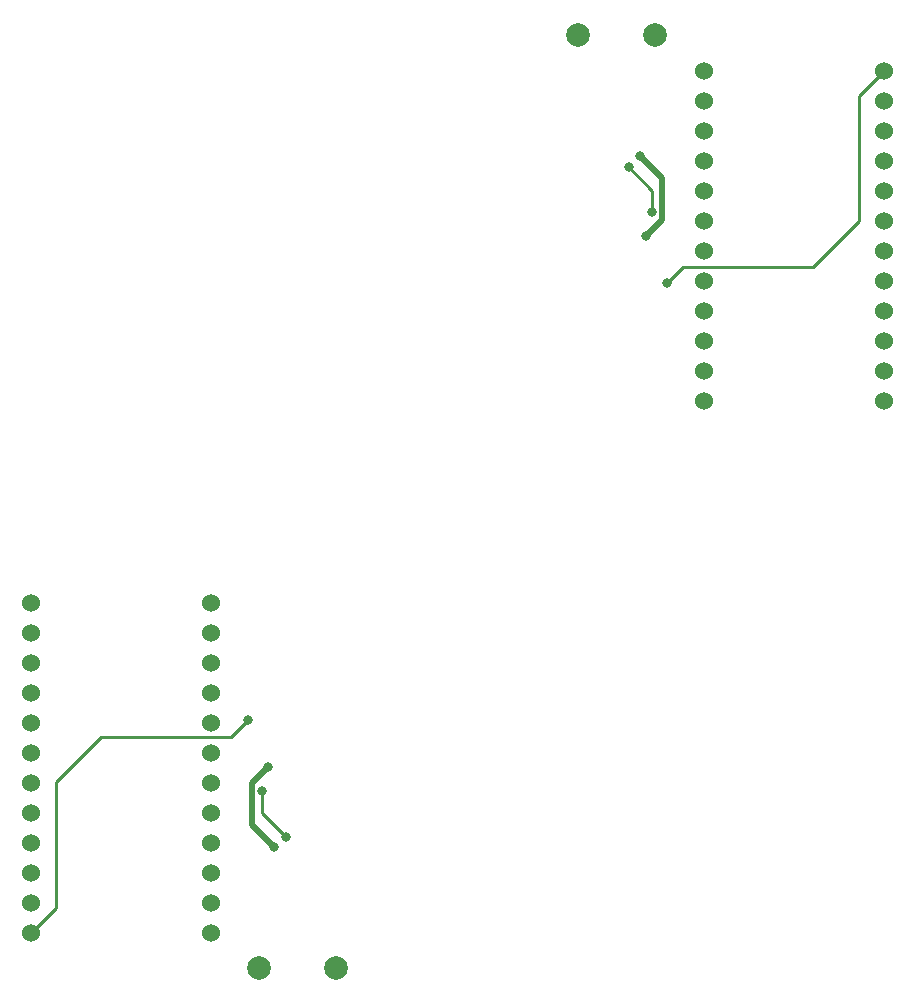
<source format=gtl>
G04 #@! TF.GenerationSoftware,KiCad,Pcbnew,5.1.8*
G04 #@! TF.CreationDate,2020-12-11T01:20:56+09:00*
G04 #@! TF.ProjectId,hikari,68696b61-7269-42e6-9b69-6361645f7063,rev?*
G04 #@! TF.SameCoordinates,Original*
G04 #@! TF.FileFunction,Copper,L1,Top*
G04 #@! TF.FilePolarity,Positive*
%FSLAX46Y46*%
G04 Gerber Fmt 4.6, Leading zero omitted, Abs format (unit mm)*
G04 Created by KiCad (PCBNEW 5.1.8) date 2020-12-11 01:20:56*
%MOMM*%
%LPD*%
G01*
G04 APERTURE LIST*
G04 #@! TA.AperFunction,ComponentPad*
%ADD10C,1.524000*%
G04 #@! TD*
G04 #@! TA.AperFunction,ComponentPad*
%ADD11C,2.000000*%
G04 #@! TD*
G04 #@! TA.AperFunction,ViaPad*
%ADD12C,0.800000*%
G04 #@! TD*
G04 #@! TA.AperFunction,Conductor*
%ADD13C,0.250000*%
G04 #@! TD*
G04 #@! TA.AperFunction,Conductor*
%ADD14C,0.500000*%
G04 #@! TD*
G04 APERTURE END LIST*
D10*
X108108600Y-123478000D03*
X108108600Y-120938000D03*
X108108600Y-118398000D03*
X108108600Y-115858000D03*
X108108600Y-113318000D03*
X108108600Y-110778000D03*
X108108600Y-108238000D03*
X108108600Y-105698000D03*
X108108600Y-103158000D03*
X108108600Y-100618000D03*
X108108600Y-98078000D03*
X108108600Y-95538000D03*
X92888600Y-95538000D03*
X92888600Y-98078000D03*
X92888600Y-100618000D03*
X92888600Y-103158000D03*
X92888600Y-105698000D03*
X92888600Y-108238000D03*
X92888600Y-110778000D03*
X92888600Y-113318000D03*
X92888600Y-115858000D03*
X92888600Y-118398000D03*
X92888600Y-120938000D03*
X92888600Y-123478000D03*
D11*
X112250000Y-126500000D03*
X118750000Y-126500000D03*
X139250000Y-47500000D03*
X145750000Y-47500000D03*
D10*
X165111400Y-50522000D03*
X165111400Y-53062000D03*
X165111400Y-55602000D03*
X165111400Y-58142000D03*
X165111400Y-60682000D03*
X165111400Y-63222000D03*
X165111400Y-65762000D03*
X165111400Y-68302000D03*
X165111400Y-70842000D03*
X165111400Y-73382000D03*
X165111400Y-75922000D03*
X165111400Y-78462000D03*
X149891400Y-78462000D03*
X149891400Y-75922000D03*
X149891400Y-73382000D03*
X149891400Y-70842000D03*
X149891400Y-68302000D03*
X149891400Y-65762000D03*
X149891400Y-63222000D03*
X149891400Y-60682000D03*
X149891400Y-58142000D03*
X149891400Y-55602000D03*
X149891400Y-53062000D03*
X149891400Y-50522000D03*
D12*
X111250000Y-105500000D03*
X113000000Y-109500000D03*
X113500000Y-116250000D03*
X112500000Y-111500000D03*
X114500000Y-115350000D03*
X146750000Y-68500000D03*
X145000000Y-64500000D03*
X144500000Y-57750000D03*
X143500000Y-58650000D03*
X145500000Y-62500000D03*
D13*
X92888600Y-123478000D02*
X95000000Y-121366600D01*
X109850013Y-106899987D02*
X111250000Y-105500000D01*
X98850013Y-106899987D02*
X109850013Y-106899987D01*
X95000000Y-121366600D02*
X95000000Y-110750000D01*
X95000000Y-110750000D02*
X98850013Y-106899987D01*
D14*
X113500000Y-116250000D02*
X111649999Y-114399999D01*
X111649999Y-110850001D02*
X113000000Y-109500000D01*
X111649999Y-114399999D02*
X111649999Y-110850001D01*
D13*
X114500000Y-115350000D02*
X112500000Y-113350000D01*
X112500000Y-113350000D02*
X112500000Y-111500000D01*
X148149987Y-67100013D02*
X146750000Y-68500000D01*
X159149987Y-67100013D02*
X148149987Y-67100013D01*
X163000000Y-63250000D02*
X159149987Y-67100013D01*
X163000000Y-52633400D02*
X163000000Y-63250000D01*
X165111400Y-50522000D02*
X163000000Y-52633400D01*
D14*
X146350001Y-63149999D02*
X145000000Y-64500000D01*
X146350001Y-59600001D02*
X146350001Y-63149999D01*
X144500000Y-57750000D02*
X146350001Y-59600001D01*
D13*
X145500000Y-60650000D02*
X145500000Y-62500000D01*
X143500000Y-58650000D02*
X145500000Y-60650000D01*
M02*

</source>
